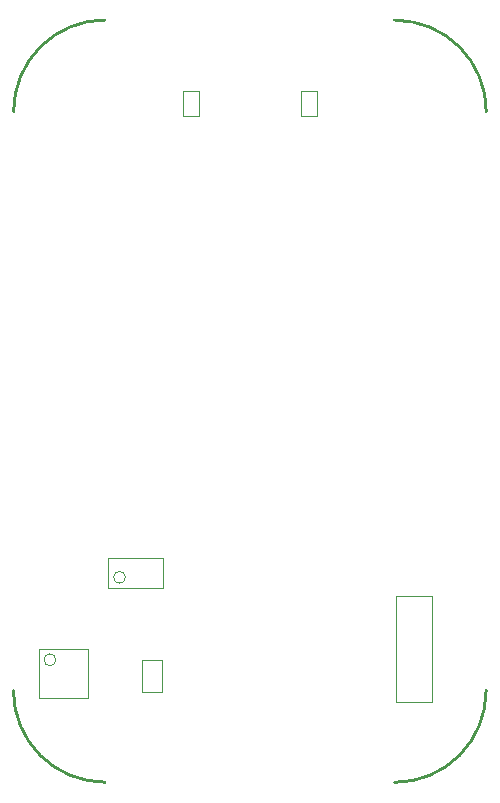
<source format=gbr>
%TF.GenerationSoftware,Altium Limited,Altium Designer,20.0.14 (345)*%
G04 Layer_Color=16711935*
%FSLAX45Y45*%
%MOMM*%
%TF.FileFunction,Other,Mechanical_13*%
%TF.Part,Single*%
G01*
G75*
%TA.AperFunction,NonConductor*%
%ADD25C,0.25400*%
%ADD29C,0.10000*%
D25*
X-1730Y774701D02*
G03*
X774700Y-136I774519J-319D01*
G01*
X3225799Y-1730D02*
G03*
X4000636Y774700I319J774519D01*
G01*
X4002230Y5676899D02*
G03*
X3225800Y6451736I-774519J319D01*
G01*
X774701Y6453330D02*
G03*
X-136Y5676900I-319J-774519D01*
G01*
D29*
X357200Y1036400D02*
G03*
X357200Y1036400I-50000J0D01*
G01*
X946100Y1734750D02*
G03*
X946100Y1734750I-50000J0D01*
G01*
X217200Y711400D02*
Y1126400D01*
X632200Y711400D02*
Y1126400D01*
X217200D02*
X632200D01*
X217200Y711400D02*
X632200D01*
X1567500Y5642400D02*
Y5852400D01*
X1432500Y5642400D02*
Y5852400D01*
X1567500D01*
X1432500Y5642400D02*
X1567500D01*
X2567500D02*
Y5852400D01*
X2432500Y5642400D02*
Y5852400D01*
X2567500D01*
X2432500Y5642400D02*
X2567500D01*
X3240900Y680300D02*
Y1580300D01*
X3540900Y680300D02*
Y1580300D01*
X3240900D02*
X3540900D01*
X3240900Y680300D02*
X3540900D01*
X801100Y1639750D02*
X1261100D01*
X801100Y1899750D02*
X1261100D01*
X801100Y1639750D02*
Y1899750D01*
X1261100Y1639750D02*
Y1899750D01*
X1083400Y1036700D02*
X1253400D01*
X1083400Y766700D02*
X1253400D01*
Y1036700D01*
X1083400Y766700D02*
Y1036700D01*
%TF.MD5,9673e16ed921f98f0ff8bf423f933aeb*%
M02*

</source>
